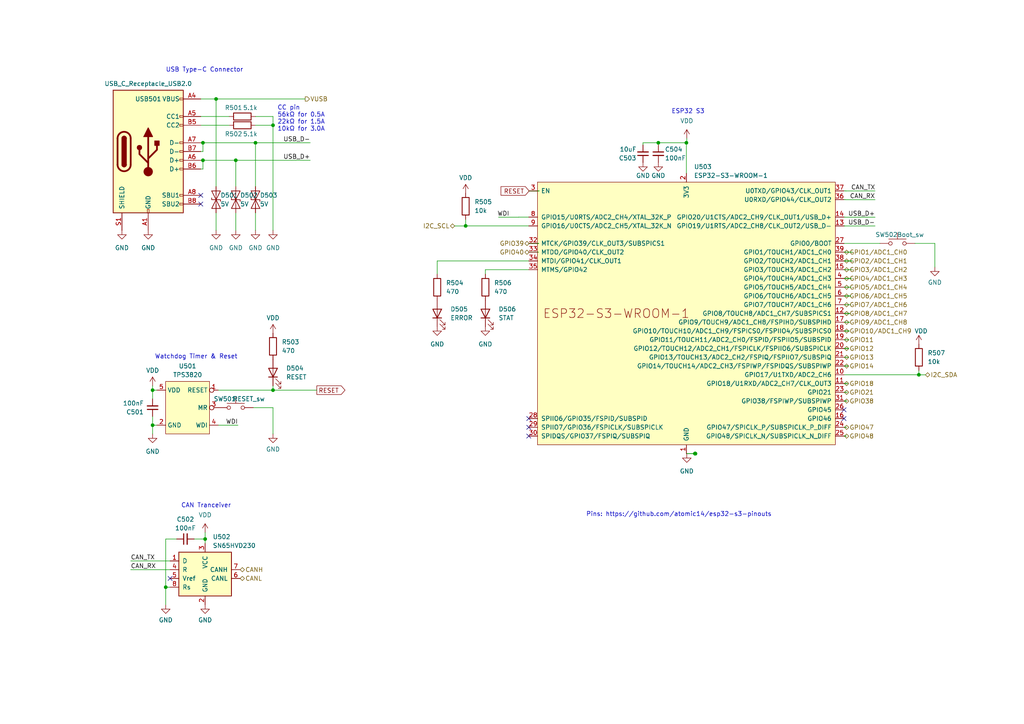
<source format=kicad_sch>
(kicad_sch (version 20231120) (generator "eeschema") (generator_version "8.0")
  (paper "A4")
  (lib_symbols
    (symbol "Connector:USB_C_Receptacle_USB2.0" (pin_names (offset 1.016))
      (property "Reference" "J" (at -10.16 19.05 0))
      (property "Value" "USB_C_Receptacle_USB2.0" (at 19.05 19.05 0))
      (symbol "USB_C_Receptacle_USB2.0_0_0"
        (rectangle (start -0.254 -17.78) (end 0.254 -16.764))
        (rectangle (start 10.16 -14.986) (end 9.144 -15.494))
        (rectangle (start 10.16 -12.446) (end 9.144 -12.954))
        (rectangle (start 10.16 -4.826) (end 9.144 -5.334))
        (rectangle (start 10.16 -2.286) (end 9.144 -2.794))
        (rectangle (start 10.16 0.254) (end 9.144 -0.254))
        (rectangle (start 10.16 2.794) (end 9.144 2.286))
        (rectangle (start 10.16 7.874) (end 9.144 7.366))
        (rectangle (start 10.16 10.414) (end 9.144 9.906))
        (rectangle (start 10.16 15.494) (end 9.144 14.986))
      )
      (symbol "USB_C_Receptacle_USB2.0_0_1"
        (rectangle (start -10.16 17.78) (end 10.16 -17.78) (stroke (width 0.254)) (fill (type background)))
        (arc (start -8.89 -3.81) (mid -6.985 -5.7067) (end -5.08 -3.81) (stroke (width 0.508)))
        (arc (start -7.62 -3.81) (mid -6.985 -4.4423) (end -6.35 -3.81) (stroke (width 0.254)))
        (arc (start -7.62 -3.81) (mid -6.985 -4.4423) (end -6.35 -3.81) (stroke (width 0.254)) (fill (type outline)))
        (rectangle (start -7.62 -3.81) (end -6.35 3.81) (stroke (width 0.254)) (fill (type outline)))
        (arc (start -6.35 3.81) (mid -6.985 4.4423) (end -7.62 3.81) (stroke (width 0.254)))
        (arc (start -6.35 3.81) (mid -6.985 4.4423) (end -7.62 3.81) (stroke (width 0.254)) (fill (type outline)))
        (arc (start -5.08 3.81) (mid -6.985 5.7067) (end -8.89 3.81) (stroke (width 0.508)))
        (circle (center -2.54 1.143) (radius 0.635) (stroke (width 0.254)) (fill (type outline)))
        (circle (center 0 -5.842) (radius 1.27) (fill (type outline)))
        (polyline (pts (xy -8.89 -3.81) (xy -8.89 3.81)) (stroke (width 0.508)))
        (polyline (pts (xy -5.08 3.81) (xy -5.08 -3.81)) (stroke (width 0.508)))
        (polyline (pts (xy 0 -5.842) (xy 0 4.318)) (stroke (width 0.508)))
        (polyline (pts (xy 0 -3.302) (xy -2.54 -0.762) (xy -2.54 0.508)) (stroke (width 0.508)))
        (polyline (pts (xy 0 -2.032) (xy 2.54 0.508) (xy 2.54 1.778)) (stroke (width 0.508)))
        (polyline (pts (xy -1.27 4.318) (xy 0 6.858) (xy 1.27 4.318) (xy -1.27 4.318)) (stroke (width 0.254)) (fill (type outline)))
        (rectangle (start 1.905 1.778) (end 3.175 3.048) (stroke (width 0.254)) (fill (type outline)))
      )
      (symbol "USB_C_Receptacle_USB2.0_1_1"
        (pin passive line (at 0 -22.86 90) (length 5.08) (name "GND") (number "A1"))
        (pin passive line (at 0 -22.86 90) (length 5.08) hide (name "GND") (number "A12"))
        (pin passive line (at 15.24 15.24 180) (length 5.08) (name "VBUS") (number "A4"))
        (pin bidirectional line (at 15.24 10.16 180) (length 5.08) (name "CC1") (number "A5"))
        (pin bidirectional line (at 15.24 -2.54 180) (length 5.08) (name "D+") (number "A6"))
        (pin bidirectional line (at 15.24 2.54 180) (length 5.08) (name "D-") (number "A7"))
        (pin bidirectional line (at 15.24 -12.7 180) (length 5.08) (name "SBU1") (number "A8"))
        (pin passive line (at 15.24 15.24 180) (length 5.08) hide (name "VBUS") (number "A9"))
        (pin passive line (at 0 -22.86 90) (length 5.08) hide (name "GND") (number "B1"))
        (pin passive line (at 0 -22.86 90) (length 5.08) hide (name "GND") (number "B12"))
        (pin passive line (at 15.24 15.24 180) (length 5.08) hide (name "VBUS") (number "B4"))
        (pin bidirectional line (at 15.24 7.62 180) (length 5.08) (name "CC2") (number "B5"))
        (pin bidirectional line (at 15.24 -5.08 180) (length 5.08) (name "D+") (number "B6"))
        (pin bidirectional line (at 15.24 0 180) (length 5.08) (name "D-") (number "B7"))
        (pin bidirectional line (at 15.24 -15.24 180) (length 5.08) (name "SBU2") (number "B8"))
        (pin passive line (at 15.24 15.24 180) (length 5.08) hide (name "VBUS") (number "B9"))
        (pin passive line (at -7.62 -22.86 90) (length 5.08) (name "SHIELD") (number "S1"))
      )
    )
    (symbol "Device:C_Small" (pin_numbers hide) (pin_names (offset 0.254) hide)
      (property "Reference" "C" (at 0.254 1.778 0))
      (property "Value" "C_Small" (at 0.254 -2.032 0))
      (symbol "C_Small_0_1"
        (polyline (pts (xy -1.524 -0.508) (xy 1.524 -0.508)) (stroke (width 0.3302)))
        (polyline (pts (xy -1.524 0.508) (xy 1.524 0.508)) (stroke (width 0.3048)))
      )
      (symbol "C_Small_1_1"
        (pin passive line (at 0 2.54 270) (length 2.032) (name "~") (number "1"))
        (pin passive line (at 0 -2.54 90) (length 2.032) (name "~") (number "2"))
      )
    )
    (symbol "Device:LED" (pin_numbers hide) (pin_names (offset 1.016) hide)
      (property "Reference" "D" (at 0 2.54 0))
      (property "Value" "LED" (at 0 -2.54 0))
      (symbol "LED_0_1"
        (polyline (pts (xy -1.27 -1.27) (xy -1.27 1.27)) (stroke (width 0.254)))
        (polyline (pts (xy -1.27 0) (xy 1.27 0)))
        (polyline (pts (xy 1.27 -1.27) (xy 1.27 1.27) (xy -1.27 0) (xy 1.27 -1.27)) (stroke (width 0.254)))
        (polyline (pts (xy -3.048 -0.762) (xy -4.572 -2.286) (xy -3.81 -2.286) (xy -4.572 -2.286) (xy -4.572 -1.524)))
        (polyline (pts (xy -1.778 -0.762) (xy -3.302 -2.286) (xy -2.54 -2.286) (xy -3.302 -2.286) (xy -3.302 -1.524)))
      )
      (symbol "LED_1_1"
        (pin passive line (at -3.81 0 0) (length 2.54) (name "K") (number "1"))
        (pin passive line (at 3.81 0 180) (length 2.54) (name "A") (number "2"))
      )
    )
    (symbol "Device:R" (pin_numbers hide) (pin_names (offset 0))
      (property "Reference" "R" (at 2.032 0 90))
      (property "Value" "R" (at 0 0 90))
      (symbol "R_0_1"
        (rectangle (start -1.016 -2.54) (end 1.016 2.54) (stroke (width 0.254)))
      )
      (symbol "R_1_1"
        (pin passive line (at 0 3.81 270) (length 1.27) (name "~") (number "1"))
        (pin passive line (at 0 -3.81 90) (length 1.27) (name "~") (number "2"))
      )
    )
    (symbol "Diode:ESD9B5.0ST5G" (pin_numbers hide) (pin_names (offset 1.016) hide)
      (property "Reference" "D" (at 0 2.54 0))
      (property "Value" "ESD9B5.0ST5G" (at 0 -2.54 0))
      (symbol "ESD9B5.0ST5G_0_1"
        (polyline (pts (xy 1.27 0) (xy -1.27 0)))
        (polyline (pts (xy -2.54 -1.27) (xy 0 0) (xy -2.54 1.27) (xy -2.54 -1.27)) (stroke (width 0.2032)))
        (polyline (pts (xy 0.508 1.27) (xy 0 1.27) (xy 0 -1.27) (xy -0.508 -1.27)) (stroke (width 0.2032)))
        (polyline (pts (xy 2.54 1.27) (xy 2.54 -1.27) (xy 0 0) (xy 2.54 1.27)) (stroke (width 0.2032)))
      )
      (symbol "ESD9B5.0ST5G_1_1"
        (pin passive line (at -3.81 0 0) (length 2.54) (name "A1") (number "1"))
        (pin passive line (at 3.81 0 180) (length 2.54) (name "A2") (number "2"))
      )
    )
    (symbol "Interface_CAN_LIN:SN65HVD230" (pin_names (offset 1.016))
      (property "Reference" "U" (at -2.54 10.16 0))
      (property "Value" "SN65HVD230" (at -2.54 7.62 0))
      (symbol "SN65HVD230_0_1"
        (rectangle (start -7.62 5.08) (end 7.62 -7.62) (stroke (width 0.254)) (fill (type background)))
      )
      (symbol "SN65HVD230_1_1"
        (pin input line (at -10.16 2.54 0) (length 2.54) (name "D") (number "1"))
        (pin power_in line (at 0 -10.16 90) (length 2.54) (name "GND") (number "2"))
        (pin power_in line (at 0 7.62 270) (length 2.54) (name "VCC") (number "3"))
        (pin output line (at -10.16 0 0) (length 2.54) (name "R") (number "4"))
        (pin output line (at -10.16 -2.54 0) (length 2.54) (name "Vref") (number "5"))
        (pin bidirectional line (at 10.16 -2.54 180) (length 2.54) (name "CANL") (number "6"))
        (pin bidirectional line (at 10.16 0 180) (length 2.54) (name "CANH") (number "7"))
        (pin input line (at -10.16 -5.08 0) (length 2.54) (name "Rs") (number "8"))
      )
    )
    (symbol "PCM_Espressif:ESP32-S3-WROOM-1" (pin_names (offset 1.016))
      (property "Reference" "U" (at -43.18 43.18 0))
      (property "Value" "ESP32-S3-WROOM-1" (at -43.18 40.64 0))
      (symbol "ESP32-S3-WROOM-1_0_0"
        (text "ESP32-S3-WROOM-1" (at -20.32 0 0) (effects (font (size 2.54 2.54))))
        (pin power_in line (at 0 -40.64 90) (length 2.54) (name "GND") (number "1"))
        (pin bidirectional line (at 45.72 -17.78 180) (length 2.54) (name "GPIO17/U1TXD/ADC2_CH6") (number "10"))
        (pin bidirectional line (at 45.72 -20.32 180) (length 2.54) (name "GPIO18/U1RXD/ADC2_CH7/CLK_OUT3") (number "11"))
        (pin bidirectional line (at 45.72 0 180) (length 2.54) (name "GPIO8/TOUCH8/ADC1_CH7/SUBSPICS1") (number "12"))
        (pin bidirectional line (at 45.72 25.4 180) (length 2.54) (name "GPIO19/U1RTS/ADC2_CH8/CLK_OUT2/USB_D-") (number "13"))
        (pin bidirectional line (at 45.72 27.94 180) (length 2.54) (name "GPIO20/U1CTS/ADC2_CH9/CLK_OUT1/USB_D+") (number "14"))
        (pin bidirectional line (at 45.72 12.7 180) (length 2.54) (name "GPIO3/TOUCH3/ADC1_CH2") (number "15"))
        (pin bidirectional line (at 45.72 -30.48 180) (length 2.54) (name "GPIO46") (number "16"))
        (pin bidirectional line (at 45.72 -2.54 180) (length 2.54) (name "GPIO9/TOUCH9/ADC1_CH8/FSPIHD/SUBSPIHD") (number "17"))
        (pin bidirectional line (at 45.72 -5.08 180) (length 2.54) (name "GPIO10/TOUCH10/ADC1_CH9/FSPICS0/FSPIIO4/SUBSPICS0") (number "18"))
        (pin bidirectional line (at 45.72 -7.62 180) (length 2.54) (name "GPIO11/TOUCH11/ADC2_CH0/FSPID/FSPIIO5/SUBSPID") (number "19"))
        (pin power_in line (at 0 40.64 270) (length 2.54) (name "3V3") (number "2"))
        (pin bidirectional line (at 45.72 -10.16 180) (length 2.54) (name "GPIO12/TOUCH12/ADC2_CH1/FSPICLK/FSPIIO6/SUBSPICLK") (number "20"))
        (pin bidirectional line (at 45.72 -12.7 180) (length 2.54) (name "GPIO13/TOUCH13/ADC2_CH2/FSPIQ/FSPIIO7/SUBSPIQ") (number "21"))
        (pin bidirectional line (at 45.72 -15.24 180) (length 2.54) (name "GPIO14/TOUCH14/ADC2_CH3/FSPIWP/FSPIDQS/SUBSPIWP") (number "22"))
        (pin bidirectional line (at 45.72 -22.86 180) (length 2.54) (name "GPIO21") (number "23"))
        (pin bidirectional line (at 45.72 -33.02 180) (length 2.54) (name "GPIO47/SPICLK_P/SUBSPICLK_P_DIFF") (number "24"))
        (pin bidirectional line (at 45.72 -35.56 180) (length 2.54) (name "GPIO48/SPICLK_N/SUBSPICLK_N_DIFF") (number "25"))
        (pin bidirectional line (at 45.72 -27.94 180) (length 2.54) (name "GPIO45") (number "26"))
        (pin bidirectional line (at 45.72 20.32 180) (length 2.54) (name "GPIO0/BOOT") (number "27"))
        (pin bidirectional line (at -45.72 -30.48 0) (length 2.54) (name "SPIIO6/GPIO35/FSPID/SUBSPID") (number "28"))
        (pin bidirectional line (at -45.72 -33.02 0) (length 2.54) (name "SPIIO7/GPIO36/FSPICLK/SUBSPICLK") (number "29"))
        (pin input line (at -45.72 35.56 0) (length 2.54) (name "EN") (number "3"))
        (pin bidirectional line (at -45.72 -35.56 0) (length 2.54) (name "SPIDQS/GPIO37/FSPIQ/SUBSPIQ") (number "30"))
        (pin bidirectional line (at 45.72 -25.4 180) (length 2.54) (name "GPIO38/FSPIWP/SUBSPIWP") (number "31"))
        (pin bidirectional line (at -45.72 20.32 0) (length 2.54) (name "MTCK/GPIO39/CLK_OUT3/SUBSPICS1") (number "32"))
        (pin bidirectional line (at -45.72 17.78 0) (length 2.54) (name "MTDO/GPIO40/CLK_OUT2") (number "33"))
        (pin bidirectional line (at -45.72 15.24 0) (length 2.54) (name "MTDI/GPIO41/CLK_OUT1") (number "34"))
        (pin bidirectional line (at -45.72 12.7 0) (length 2.54) (name "MTMS/GPIO42") (number "35"))
        (pin bidirectional line (at 45.72 33.02 180) (length 2.54) (name "U0RXD/GPIO44/CLK_OUT2") (number "36"))
        (pin bidirectional line (at 45.72 35.56 180) (length 2.54) (name "U0TXD/GPIO43/CLK_OUT1") (number "37"))
        (pin bidirectional line (at 45.72 15.24 180) (length 2.54) (name "GPIO2/TOUCH2/ADC1_CH1") (number "38"))
        (pin bidirectional line (at 45.72 17.78 180) (length 2.54) (name "GPIO1/TOUCH1/ADC1_CH0") (number "39"))
        (pin bidirectional line (at 45.72 10.16 180) (length 2.54) (name "GPIO4/TOUCH4/ADC1_CH3") (number "4"))
        (pin passive line (at 0 -40.64 90) (length 2.54) hide (name "GND") (number "40"))
        (pin passive line (at 0 -40.64 90) (length 2.54) hide (name "GND") (number "41"))
        (pin bidirectional line (at 45.72 7.62 180) (length 2.54) (name "GPIO5/TOUCH5/ADC1_CH4") (number "5"))
        (pin bidirectional line (at 45.72 5.08 180) (length 2.54) (name "GPIO6/TOUCH6/ADC1_CH5") (number "6"))
        (pin bidirectional line (at 45.72 2.54 180) (length 2.54) (name "GPIO7/TOUCH7/ADC1_CH6") (number "7"))
        (pin bidirectional line (at -45.72 27.94 0) (length 2.54) (name "GPIO15/U0RTS/ADC2_CH4/XTAL_32K_P") (number "8"))
        (pin bidirectional line (at -45.72 25.4 0) (length 2.54) (name "GPIO16/U0CTS/ADC2_CH5/XTAL_32K_N") (number "9"))
      )
      (symbol "ESP32-S3-WROOM-1_0_1"
        (rectangle (start -43.18 38.1) (end 43.18 -38.1) (fill (type background)))
      )
    )
    (symbol "Switch:SW_Push" (pin_numbers hide) (pin_names (offset 1.016) hide)
      (property "Reference" "SW" (at 1.27 2.54 0))
      (property "Value" "SW_Push" (at 0 -1.524 0))
      (symbol "SW_Push_0_1"
        (circle (center -2.032 0) (radius 0.508))
        (polyline (pts (xy 0 1.27) (xy 0 3.048)))
        (polyline (pts (xy 2.54 1.27) (xy -2.54 1.27)))
        (circle (center 2.032 0) (radius 0.508))
        (pin passive line (at -5.08 0 0) (length 2.54) (name "1") (number "1"))
        (pin passive line (at 5.08 0 180) (length 2.54) (name "2") (number "2"))
      )
    )
    (symbol "WOBCLibrary:TPS3820"
      (property "Reference" "U" (at 0 0 0))
      (property "Value" "TPS3820" (at 0 8.89 0))
      (symbol "TPS3820_1_1"
        (rectangle (start -6.35 7.62) (end 6.35 -7.62) (fill (type background)))
        (pin output inverted (at 8.89 5.08 180) (length 2.54) (name "RESET") (number "1"))
        (pin power_in line (at -8.89 -5.08 0) (length 2.54) (name "GND") (number "2"))
        (pin input inverted (at 8.89 0 180) (length 2.54) (name "MR") (number "3"))
        (pin input line (at 8.89 -5.08 180) (length 2.54) (name "WDI") (number "4"))
        (pin power_in line (at -8.89 5.08 0) (length 2.54) (name "VDD") (number "5"))
      )
    )
    (symbol "power:GND" (power) (pin_names (offset 0))
      (property "Value" "GND" (at 0 -3.81 0))
      (symbol "GND_0_1"
        (polyline (pts (xy 0 0) (xy 0 -1.27) (xy 1.27 -1.27) (xy 0 -2.54) (xy -1.27 -1.27) (xy 0 -1.27)))
      )
      (symbol "GND_1_1"
        (pin power_in line (at 0 0 270) (length 0) hide (name "GND") (number "1"))
      )
    )
    (symbol "power:VDD" (power) (pin_names (offset 0))
      (property "Value" "VDD" (at 0 3.81 0))
      (symbol "VDD_0_1"
        (polyline (pts (xy -0.762 1.27) (xy 0 2.54)))
        (polyline (pts (xy 0 0) (xy 0 2.54)))
        (polyline (pts (xy 0 2.54) (xy 0.762 1.27)))
      )
      (symbol "VDD_1_1"
        (pin power_in line (at 0 0 90) (length 0) hide (name "VDD") (number "1"))
      )
    )
  )
  (junction (at 135.0617 65.52))
  (junction (at 190.9417 41.4079))
  (junction (at 58.8617 41.4079))
  (junction (at 59.4967 156.3429))
  (junction (at 68.3867 46.4879))
  (junction (at 48.0667 170.3129))
  (junction (at 74.1017 41.4079))
  (junction (at 201.58 131.5779))
  (junction (at 266.5067 108.7))
  (junction (at 79.1817 113.1629))
  (junction (at 62.6717 28.7079))
  (junction (at 201.68 131.56))
  (junction (at 44.2567 113.1629))
  (junction (at 201.68 131.5779))
  (junction (at 201.58 131.56))
  (junction (at 44.2567 123.3229))
  (junction (at 199.08 41.4079))
  (junction (at 79.1817 36.3279))
  (junction (at 58.8617 46.4879))
  (no_connect (at 244.8 118.86))
  (no_connect (at 153.36 126.48))
  (no_connect (at 244.8 121.4))
  (no_connect (at 58.2267 59.1879))
  (no_connect (at 49.3367 167.7729))
  (no_connect (at 153.36 123.94))
  (no_connect (at 153.36 121.4))
  (no_connect (at 58.2267 56.6479))
  (wire (pts (xy 59.4967 154.4379) (xy 59.4967 156.3429)))
  (wire (pts (xy 150.46 62.98) (xy 150.46 62.9979)))
  (wire (pts (xy 246.9 80.76) (xy 246.9 80.7779)))
  (wire (pts (xy 246.7 85.84) (xy 246.7 85.8579)))
  (wire (pts (xy 246.5 90.92) (xy 246.5 90.9379)))
  (wire (pts (xy 79.1817 33.7879) (xy 79.1817 36.3279)))
  (wire (pts (xy 271.145 70.6) (xy 271.145 77.47)))
  (wire (pts (xy 73.4667 118.2429) (xy 79.1817 118.2429)))
  (wire (pts (xy 58.2267 41.4079) (xy 58.8617 41.4079)))
  (wire (pts (xy 201.68 131.56) (xy 201.68 131.5779)))
  (wire (pts (xy 246.3 96.0179) (xy 244.9167 96.0179)))
  (wire (pts (xy 268.4117 108.7179) (xy 266.5067 108.7179)))
  (wire (pts (xy 245.6 116.3379) (xy 244.9167 116.3379)))
  (wire (pts (xy 74.1017 41.4079) (xy 89.9767 41.4079)))
  (wire (pts (xy 201.58 131.56) (xy 201.68 131.56)))
  (wire (pts (xy 266.5067 107.4479) (xy 266.5067 108.7)))
  (wire (pts (xy 140.7767 78.22) (xy 153.36 78.22)))
  (wire (pts (xy 244.8 116.32) (xy 245.6 116.32)))
  (wire (pts (xy 247 78.22) (xy 247 78.2379)))
  (wire (pts (xy 37.9067 162.6929) (xy 49.3367 162.6929)))
  (wire (pts (xy 244.8 80.76) (xy 246.9 80.76)))
  (wire (pts (xy 247.2 73.1579) (xy 244.9167 73.1579)))
  (wire (pts (xy 246.6 88.3979) (xy 244.9167 88.3979)))
  (wire (pts (xy 91.8817 113.1629) (xy 79.1817 113.1629)))
  (wire (pts (xy 62.6717 66.8079) (xy 62.6717 61.7279)))
  (wire (pts (xy 246.2 98.5579) (xy 244.9167 98.5579)))
  (wire (pts (xy 245.9 106.1779) (xy 244.9167 106.1779)))
  (wire (pts (xy 156.16 73.14) (xy 156.16 73.1579)))
  (wire (pts (xy 245.7 113.7979) (xy 244.9167 113.7979)))
  (wire (pts (xy 48.0667 170.3129) (xy 49.3367 170.3129)))
  (wire (pts (xy 245.5 123.9579) (xy 244.9167 123.9579)))
  (wire (pts (xy 244.8 103.62) (xy 246 103.62)))
  (wire (pts (xy 44.2567 123.3229) (xy 45.5267 123.3229)))
  (wire (pts (xy 244.8 90.92) (xy 246.5 90.92)))
  (wire (pts (xy 58.2267 49.0279) (xy 58.8617 49.0279)))
  (wire (pts (xy 58.8617 41.4079) (xy 74.1017 41.4079)))
  (wire (pts (xy 246.9 80.7779) (xy 244.9167 80.7779)))
  (wire (pts (xy 66.4817 36.3279) (xy 58.2267 36.3279)))
  (wire (pts (xy 244.8 75.68) (xy 247.1 75.68)))
  (wire (pts (xy 44.2567 113.1629) (xy 45.5267 113.1629)))
  (wire (pts (xy 62.6717 28.7079) (xy 88.5089 28.7079)))
  (wire (pts (xy 245.6 116.32) (xy 245.6 116.3379)))
  (wire (pts (xy 135.0617 65.52) (xy 153.36 65.52)))
  (wire (pts (xy 153.36 55.36) (xy 156.36 55.36)))
  (wire (pts (xy 156.26 70.6179) (xy 153.4767 70.6179)))
  (wire (pts (xy 68.3867 66.8079) (xy 68.3867 61.7279)))
  (wire (pts (xy 156.36 55.36) (xy 156.36 55.3779)))
  (wire (pts (xy 245.3 55.36) (xy 245.3 55.3779)))
  (wire (pts (xy 140.7767 79.5079) (xy 140.7767 78.22)))
  (wire (pts (xy 245.4 126.48) (xy 245.4 126.4979)))
  (wire (pts (xy 244.8 96) (xy 246.3 96)))
  (wire (pts (xy 244.8 101.08) (xy 246.1 101.08)))
  (wire (pts (xy 186.4967 41.4079) (xy 190.9417 41.4079)))
  (wire (pts (xy 62.6717 28.7079) (xy 58.2267 28.7079)))
  (wire (pts (xy 56.3217 156.3429) (xy 59.4967 156.3429)))
  (wire (pts (xy 245.7 113.78) (xy 245.7 113.7979)))
  (wire (pts (xy 58.8617 43.9479) (xy 58.8617 41.4079)))
  (wire (pts (xy 44.2567 111.8929) (xy 44.2567 113.1629)))
  (wire (pts (xy 244.8 98.54) (xy 246.2 98.54)))
  (wire (pts (xy 44.2567 120.7829) (xy 44.2567 123.3229)))
  (wire (pts (xy 244.8 85.84) (xy 246.7 85.84)))
  (wire (pts (xy 244.8 106.16) (xy 245.9 106.16)))
  (wire (pts (xy 135.0617 63.6329) (xy 135.0617 65.52)))
  (wire (pts (xy 48.0667 170.3129) (xy 48.0667 156.3429)))
  (wire (pts (xy 126.8067 75.68) (xy 126.8067 79.5079)))
  (wire (pts (xy 246.3 96) (xy 246.3 96.0179)))
  (wire (pts (xy 58.2267 43.9479) (xy 58.8617 43.9479)))
  (wire (pts (xy 245.1 62.9979) (xy 253.8067 62.9979)))
  (wire (pts (xy 58.8617 49.0279) (xy 58.8617 46.4879)))
  (wire (pts (xy 244.8 111.24) (xy 245.8 111.24)))
  (wire (pts (xy 244.8 93.46) (xy 246.4 93.46)))
  (wire (pts (xy 246.4 93.46) (xy 246.4 93.4779)))
  (wire (pts (xy 244.8 126.48) (xy 245.4 126.48)))
  (wire (pts (xy 44.2567 125.8629) (xy 44.2567 123.3229)))
  (wire (pts (xy 244.8 70.6) (xy 255.22 70.6)))
  (wire (pts (xy 62.6717 28.7079) (xy 62.6717 54.1079)))
  (wire (pts (xy 245.5 123.94) (xy 245.5 123.9579)))
  (wire (pts (xy 69.0217 123.3229) (xy 63.3067 123.3229)))
  (wire (pts (xy 201.58 131.5779) (xy 199.1967 131.5779)))
  (wire (pts (xy 245.8 111.2579) (xy 244.9167 111.2579)))
  (wire (pts (xy 74.1017 33.7879) (xy 79.1817 33.7879)))
  (wire (pts (xy 244.8 123.94) (xy 245.5 123.94)))
  (wire (pts (xy 68.3867 46.4879) (xy 58.8617 46.4879)))
  (wire (pts (xy 79.1817 36.3279) (xy 79.1817 66.8079)))
  (wire (pts (xy 244.8 83.3) (xy 246.8 83.3)))
  (wire (pts (xy 246.8 83.3179) (xy 244.9167 83.3179)))
  (wire (pts (xy 245.8 111.24) (xy 245.8 111.2579)))
  (wire (pts (xy 245.1 62.98) (xy 245.1 62.9979)))
  (wire (pts (xy 131.8867 65.5379) (xy 135.0617 65.5379)))
  (wire (pts (xy 199.08 41.4079) (xy 190.9417 41.4079)))
  (wire (pts (xy 48.0667 156.3429) (xy 51.2417 156.3429)))
  (wire (pts (xy 156.16 73.1579) (xy 153.4767 73.1579)))
  (wire (pts (xy 37.9067 165.2329) (xy 49.3367 165.2329)))
  (wire (pts (xy 59.4967 156.3429) (xy 59.4967 157.6129)))
  (wire (pts (xy 201.68 131.5779) (xy 201.58 131.5779)))
  (wire (pts (xy 186.4967 42.0429) (xy 186.4967 41.4079)))
  (wire (pts (xy 247.2 73.14) (xy 247.2 73.1579)))
  (wire (pts (xy 48.0667 175.3929) (xy 48.0667 170.3129)))
  (wire (pts (xy 244.8 78.22) (xy 247 78.22)))
  (wire (pts (xy 246 103.62) (xy 246 103.6379)))
  (wire (pts (xy 245.2 57.9) (xy 245.2 57.9179)))
  (wire (pts (xy 201.78 131.56) (xy 201.78 131.5779)))
  (wire (pts (xy 79.1817 118.2429) (xy 79.1817 125.8629)))
  (wire (pts (xy 68.3867 46.4879) (xy 68.3867 54.1079)))
  (wire (pts (xy 246.1 101.08) (xy 246.1 101.0979)))
  (wire (pts (xy 199.1967 40.1379) (xy 199.1967 41.4079)))
  (wire (pts (xy 245 65.5379) (xy 253.8067 65.5379)))
  (wire (pts (xy 266.5067 108.7) (xy 244.8 108.7)))
  (wire (pts (xy 245.2 57.9) (xy 244.8 57.9)))
  (wire (pts (xy 201.78 131.5779) (xy 201.68 131.5779)))
  (wire (pts (xy 150.46 62.98) (xy 153.36 62.98)))
  (wire (pts (xy 156.36 55.3779) (xy 153.4767 55.3779)))
  (wire (pts (xy 126.8067 75.68) (xy 153.36 75.68)))
  (wire (pts (xy 247.1 75.68) (xy 247.1 75.6979)))
  (wire (pts (xy 244.8 113.78) (xy 245.7 113.78)))
  (wire (pts (xy 150.46 62.9979) (xy 144.5867 62.9979)))
  (wire (pts (xy 153.36 73.14) (xy 156.16 73.14)))
  (wire (pts (xy 244.8 55.36) (xy 245.3 55.36)))
  (wire (pts (xy 66.4817 33.7879) (xy 58.2267 33.7879)))
  (wire (pts (xy 246.8 83.3) (xy 246.8 83.3179)))
  (wire (pts (xy 199.08 41.4079) (xy 199.1967 41.4079)))
  (wire (pts (xy 247.1 75.6979) (xy 244.9167 75.6979)))
  (wire (pts (xy 199.08 41.4079) (xy 199.08 50.28)))
  (wire (pts (xy 245 65.52) (xy 244.8 65.52)))
  (wire (pts (xy 153.36 70.6) (xy 156.26 70.6)))
  (wire (pts (xy 190.9417 41.4079) (xy 190.9417 42.0429)))
  (wire (pts (xy 79.1817 111.8929) (xy 79.1817 113.1629)))
  (wire (pts (xy 244.8 88.38) (xy 246.6 88.38)))
  (wire (pts (xy 135.0617 65.52) (xy 135.0617 65.5379)))
  (wire (pts (xy 201.68 131.56) (xy 201.78 131.56)))
  (wire (pts (xy 245.1 62.98) (xy 244.8 62.98)))
  (wire (pts (xy 74.1017 41.4079) (xy 74.1017 54.1079)))
  (wire (pts (xy 44.2567 113.1629) (xy 44.2567 115.7029)))
  (wire (pts (xy 247 78.2379) (xy 244.9167 78.2379)))
  (wire (pts (xy 244.8 73.14) (xy 247.2 73.14)))
  (wire (pts (xy 245.9 106.16) (xy 245.9 106.1779)))
  (wire (pts (xy 156.26 70.6) (xy 156.26 70.6179)))
  (wire (pts (xy 201.58 131.56) (xy 201.58 131.5779)))
  (wire (pts (xy 266.5067 108.7) (xy 266.5067 108.7179)))
  (wire (pts (xy 246.1 101.0979) (xy 244.9167 101.0979)))
  (wire (pts (xy 265.38 70.6) (xy 271.145 70.6)))
  (wire (pts (xy 245 65.52) (xy 245 65.5379)))
  (wire (pts (xy 58.8617 46.4879) (xy 58.2267 46.4879)))
  (wire (pts (xy 74.1017 36.3279) (xy 79.1817 36.3279)))
  (wire (pts (xy 246 103.6379) (xy 244.9167 103.6379)))
  (wire (pts (xy 89.9767 46.4879) (xy 68.3867 46.4879)))
  (wire (pts (xy 246.2 98.54) (xy 246.2 98.5579)))
  (wire (pts (xy 245.2 57.9179) (xy 253.8067 57.9179)))
  (wire (pts (xy 246.4 93.4779) (xy 244.9167 93.4779)))
  (wire (pts (xy 246.6 88.38) (xy 246.6 88.3979)))
  (wire (pts (xy 74.1017 66.8079) (xy 74.1017 61.7279)))
  (wire (pts (xy 246.5 90.9379) (xy 244.9167 90.9379)))
  (wire (pts (xy 246.7 85.8579) (xy 244.9167 85.8579)))
  (wire (pts (xy 245.4 126.4979) (xy 244.9167 126.4979)))
  (wire (pts (xy 199.08 131.56) (xy 201.58 131.56)))
  (wire (pts (xy 79.1817 113.1629) (xy 63.3067 113.1629)))
  (wire (pts (xy 245.3 55.3779) (xy 253.8067 55.3779)))
  (text "USB Type-C Connector" (at 48.0667 21.0879 0) (effects (font (size 1.27 1.27)) (justify left bottom)))
  (text "CC pin\n56kΩ for 0.5A\n22kΩ for 1.5A\n10kΩ for 3.0A" (at 80.4517 38.2329 0) (effects (font (size 1.27 1.27)) (justify left bottom)))
  (text "Watchdog Timer & Reset" (at 44.8917 104.2729 0) (effects (font (size 1.27 1.27)) (justify left bottom)))
  (text "ESP32 S3" (at 194.7517 33.1529 0) (effects (font (size 1.27 1.27)) (justify left bottom)))
  (text "Pins: https://github.com/atomic14/esp32-s3-pinouts" (at 169.9867 149.9929 0) (effects (font (size 1.27 1.27)) (justify left bottom)))
  (text "CAN Tranceiver" (at 52.5117 147.4529 0) (effects (font (size 1.27 1.27)) (justify left bottom)))
  (label "CAN_RX" (at 37.9067 165.2329 0))
  (label "CAN_TX" (at 37.9067 162.6929 0))
  (label "USB_D-" (at 253.8067 65.5379 180))
  (label "WDI" (at 147.7617 62.9979 180))
  (label "CAN_RX" (at 253.8067 57.9179 180))
  (label "CAN_TX" (at 246.8217 55.3779 0))
  (label "USB_D-" (at 89.9767 41.4079 180))
  (label "USB_D+" (at 253.8067 62.9979 180))
  (label "USB_D+" (at 89.9767 46.4879 180))
  (label "WDI" (at 69.0217 123.3229 180))
  (global_label "RESET" (shape output) (at 91.8817 113.1629 0) (property "Intersheetrefs" "${INTERSHEET_REFS}" (effects (hide yes))))
  (global_label "RESET" (shape input) (at 153.4767 55.3779 180) (property "Intersheetrefs" "${INTERSHEET_REFS}" (effects (hide yes))))
  (hierarchical_label "GPIO6{slash}ADC1_CH5" (shape bidirectional) (at 244.9167 85.8579 0))
  (hierarchical_label "CANL" (shape bidirectional) (at 69.6567 167.7729 0))
  (hierarchical_label "GPIO4{slash}ADC1_CH3" (shape bidirectional) (at 244.9167 80.7779 0))
  (hierarchical_label "GPIO8{slash}ADC1_CH7" (shape bidirectional) (at 244.9167 90.9379 0))
  (hierarchical_label "GPIO47" (shape bidirectional) (at 244.9167 123.9579 0))
  (hierarchical_label "GPIO21" (shape bidirectional) (at 244.9167 113.7979 0))
  (hierarchical_label "GPIO1{slash}ADC1_CH0" (shape bidirectional) (at 244.9167 73.1579 0))
  (hierarchical_label "GPIO18" (shape bidirectional) (at 244.9167 111.2579 0))
  (hierarchical_label "GPIO11" (shape bidirectional) (at 244.9167 98.5579 0))
  (hierarchical_label "I2C_SCL" (shape bidirectional) (at 131.8867 65.5379 180))
  (hierarchical_label "GPIO48" (shape bidirectional) (at 244.9167 126.4979 0))
  (hierarchical_label "I2C_SDA" (shape bidirectional) (at 268.4117 108.7179 0))
  (hierarchical_label "CANH" (shape bidirectional) (at 69.6567 165.2329 0))
  (hierarchical_label "GPIO39" (shape bidirectional) (at 153.4767 70.6179 180))
  (hierarchical_label "GPIO14" (shape bidirectional) (at 244.9167 106.1779 0))
  (hierarchical_label "GPIO12" (shape bidirectional) (at 244.9167 101.0979 0))
  (hierarchical_label "GPIO5{slash}ADC1_CH4" (shape bidirectional) (at 244.9167 83.3179 0))
  (hierarchical_label "GPIO7{slash}ADC1_CH6" (shape bidirectional) (at 244.9167 88.3979 0))
  (hierarchical_label "GPIO10{slash}ADC1_CH9" (shape bidirectional) (at 244.9167 96.0179 0))
  (hierarchical_label "VUSB" (shape output) (at 88.5089 28.7079 0))
  (hierarchical_label "GPIO40" (shape bidirectional) (at 153.4767 73.1579 180))
  (hierarchical_label "GPIO38" (shape bidirectional) (at 244.9167 116.3379 0))
  (hierarchical_label "GPIO2{slash}ADC1_CH1" (shape bidirectional) (at 244.9167 75.6979 0))
  (hierarchical_label "GPIO13" (shape bidirectional) (at 244.9167 103.6379 0))
  (hierarchical_label "GPIO9{slash}ADC1_CH8" (shape bidirectional) (at 244.9167 93.4779 0))
  (hierarchical_label "GPIO3{slash}ADC1_CH2" (shape bidirectional) (at 244.9167 78.2379 0))
  (symbol (lib_id "power:GND") (at 190.9417 47.1229 0) (unit 1)
    (property "Reference" "#PWR0518" (effects (hide yes)))
    (property "Value" "GND" (at 190.9417 50.9329 0))
    (instances (project "MissionBus" (path "" (reference "#PWR0518") (unit 1))) (project "MissionBus" (path "" (reference "#PWR02318") (unit 1))))
  )
  (symbol (lib_id "power:GND") (at 59.4967 175.3929 0) (unit 1)
    (property "Reference" "#PWR0507" (effects (hide yes)))
    (property "Value" "GND" (at 59.4967 179.8379 0))
    (instances (project "MissionBus" (path "" (reference "#PWR0507") (unit 1))) (project "MissionBus" (path "" (reference "#PWR02307") (unit 1))))
  )
  (symbol (lib_id "Device:R") (at 126.8067 83.3179 0) (unit 1)
    (property "Reference" "R504" (at 129.3467 82.0479 0) (effects (justify left)))
    (property "Value" "470" (at 129.3467 84.5879 0) (effects (justify left)))
    (property "Footprint" "Resistor_SMD:R_0402_1005Metric" (effects (hide yes)))
    (property "LCSC" "C25117" (effects (hide yes)))
    (instances (project "MissionBus" (path "" (reference "R504") (unit 1))) (project "MissionBus" (path "" (reference "R2304") (unit 1))))
  )
  (symbol (lib_id "power:GND") (at 271.145 77.47 0) (unit 1)
    (property "Reference" "#PWR0601" (effects (hide yes)))
    (property "Value" "GND" (at 271.145 81.915 0))
    (instances (project "MissionBus" (path "" (reference "#PWR0601") (unit 1))) (project "MissionBus" (path "" (reference "#PWR02322") (unit 1))))
  )
  (symbol (lib_id "Device:C_Small") (at 190.9417 44.5829 0) (unit 1)
    (property "Reference" "C504" (at 192.8467 43.3129 0) (effects (justify left)))
    (property "Value" "100nF" (at 192.8467 45.8529 0) (effects (justify left)))
    (property "Footprint" "Capacitor_SMD:C_0402_1005Metric" (effects (hide yes)))
    (property "LCSC" "C1525" (effects (hide yes)))
    (instances (project "MissionBus" (path "" (reference "C504") (unit 1))) (project "MissionBus" (path "" (reference "C2304") (unit 1))))
  )
  (symbol (lib_id "Device:R") (at 70.2917 33.7879 90) (unit 1)
    (property "Reference" "R501" (at 67.7517 31.2479 90))
    (property "Value" "5.1k" (at 72.5777 31.2479 90))
    (property "Footprint" "Resistor_SMD:R_0402_1005Metric" (effects (hide yes)))
    (property "LCSC" "C25905" (effects (hide yes)))
    (instances (project "MissionBus" (path "" (reference "R501") (unit 1))) (project "MissionBus" (path "" (reference "R2301") (unit 1))))
  )
  (symbol (lib_id "Device:LED") (at 79.1817 108.0829 90) (unit 1)
    (property "Reference" "D504" (at 82.9917 106.8129 90) (effects (justify right)))
    (property "Value" "RESET" (at 82.9917 109.3529 90) (effects (justify right)))
    (property "Footprint" "LED_SMD:LED_0805_2012Metric" (effects (hide yes)))
    (property "LCSC" "C2296" (effects (hide yes)))
    (instances (project "MissionBus" (path "" (reference "D504") (unit 1))) (project "MissionBus" (path "" (reference "D2304") (unit 1))))
  )
  (symbol (lib_id "power:GND") (at 79.1817 66.8079 0) (unit 1)
    (property "Reference" "#PWR0511" (effects (hide yes)))
    (property "Value" "GND" (at 79.1817 71.8879 0))
    (instances (project "MissionBus" (path "" (reference "#PWR0511") (unit 1))) (project "MissionBus" (path "" (reference "#PWR02311") (unit 1))))
  )
  (symbol (lib_id "Device:R") (at 266.5067 103.6379 0) (unit 1)
    (property "Reference" "R507" (at 269.0467 102.3679 0) (effects (justify left)))
    (property "Value" "10k" (at 269.0467 104.9079 0) (effects (justify left)))
    (property "Footprint" "Resistor_SMD:R_0402_1005Metric" (effects (hide yes)))
    (property "LCSC" "C25744" (effects (hide yes)))
    (instances (project "MissionBus" (path "" (reference "R507") (unit 1))) (project "MissionBus" (path "" (reference "R2307") (unit 1))))
  )
  (symbol (lib_id "power:VDD") (at 79.1817 96.6529 0) (unit 1)
    (property "Reference" "#PWR0512" (effects (hide yes)))
    (property "Value" "VDD" (at 79.1817 92.2079 0))
    (instances (project "MissionBus" (path "" (reference "#PWR0512") (unit 1))) (project "MissionBus" (path "" (reference "#PWR02312") (unit 1))))
  )
  (symbol (lib_id "power:GND") (at 42.9867 66.8079 0) (unit 1)
    (property "Reference" "#PWR0502" (effects (hide yes)))
    (property "Value" "GND" (at 42.9867 71.8879 0))
    (instances (project "MissionBus" (path "" (reference "#PWR0502") (unit 1))) (project "MissionBus" (path "" (reference "#PWR02302") (unit 1))))
  )
  (symbol (lib_id "power:VDD") (at 59.4967 154.4379 0) (unit 1)
    (property "Reference" "#PWR0506" (effects (hide yes)))
    (property "Value" "VDD" (at 59.4967 149.3579 0))
    (instances (project "MissionBus" (path "" (reference "#PWR0506") (unit 1))) (project "MissionBus" (path "" (reference "#PWR02306") (unit 1))))
  )
  (symbol (lib_id "power:GND") (at 62.6717 66.8079 0) (unit 1)
    (property "Reference" "#PWR0508" (effects (hide yes)))
    (property "Value" "GND" (at 62.6717 71.8879 0))
    (instances (project "MissionBus" (path "" (reference "#PWR0508") (unit 1))) (project "MissionBus" (path "" (reference "#PWR02308") (unit 1))))
  )
  (symbol (lib_id "power:GND") (at 68.3867 66.8079 0) (unit 1)
    (property "Reference" "#PWR0509" (effects (hide yes)))
    (property "Value" "GND" (at 68.3867 71.8879 0))
    (instances (project "MissionBus" (path "" (reference "#PWR0509") (unit 1))) (project "MissionBus" (path "" (reference "#PWR02309") (unit 1))))
  )
  (symbol (lib_id "WOBCLibrary:TPS3820") (at 54.4167 118.2429 0) (unit 1)
    (property "Reference" "U501" (at 54.4167 106.1779 0))
    (property "Value" "TPS3820" (at 54.4167 108.7179 0))
    (property "Footprint" "Package_TO_SOT_SMD:SOT-23-5" (effects (hide yes)))
    (property "LCSC" "C7719" (effects (hide yes)))
    (instances (project "MissionBus" (path "" (reference "U501") (unit 1))) (project "MissionBus" (path "" (reference "U2301") (unit 1))))
  )
  (symbol (lib_id "Diode:ESD9B5.0ST5G") (at 74.1017 57.9179 90) (unit 1)
    (property "Reference" "D503" (at 75.3717 56.6479 90) (effects (justify right)))
    (property "Value" "5V" (at 75.3717 59.1879 90) (effects (justify right)))
    (property "Footprint" "Diode_SMD:D_SOD-882D" (effects (hide yes)))
    (property "Datasheet" "https://www.onsemi.com/pub/Collateral/ESD9B-D.PDF" (effects (hide yes)))
    (property "LCSC" "C7420372" (effects (hide yes)))
    (instances (project "MissionBus" (path "" (reference "D503") (unit 1))) (project "MissionBus" (path "" (reference "D2303") (unit 1))))
  )
  (symbol (lib_id "power:GND") (at 44.2567 125.8629 0) (unit 1)
    (property "Reference" "#PWR0504" (effects (hide yes)))
    (property "Value" "GND" (at 44.2567 130.9429 0))
    (instances (project "MissionBus" (path "" (reference "#PWR0504") (unit 1))) (project "MissionBus" (path "" (reference "#PWR02304") (unit 1))))
  )
  (symbol (lib_id "power:GND") (at 199.1967 131.5779 0) (unit 1)
    (property "Reference" "#PWR0520" (effects (hide yes)))
    (property "Value" "GND" (at 199.1967 136.6579 0))
    (instances (project "MissionBus" (path "" (reference "#PWR0520") (unit 1))) (project "MissionBus" (path "" (reference "#PWR02320") (unit 1))))
  )
  (symbol (lib_id "Device:LED") (at 126.8067 90.9379 90) (unit 1)
    (property "Reference" "D505" (at 130.6167 89.6679 90) (effects (justify right)))
    (property "Value" "ERROR" (at 130.6167 92.2079 90) (effects (justify right)))
    (property "Footprint" "LED_SMD:LED_0805_2012Metric" (effects (hide yes)))
    (property "LCSC" "C84256" (effects (hide yes)))
    (instances (project "MissionBus" (path "" (reference "D505") (unit 1))) (project "MissionBus" (path "" (reference "D2305") (unit 1))))
  )
  (symbol (lib_id "Device:R") (at 135.0617 59.8229 0) (unit 1)
    (property "Reference" "R505" (at 137.6017 58.5529 0) (effects (justify left)))
    (property "Value" "10k" (at 137.6017 61.0929 0) (effects (justify left)))
    (property "Footprint" "Resistor_SMD:R_0402_1005Metric" (effects (hide yes)))
    (property "LCSC" "C25744" (effects (hide yes)))
    (instances (project "MissionBus" (path "" (reference "R505") (unit 1))) (project "MissionBus" (path "" (reference "R2305") (unit 1))))
  )
  (symbol (lib_id "Diode:ESD9B5.0ST5G") (at 68.3867 57.9179 90) (unit 1)
    (property "Reference" "D502" (at 69.6567 56.6479 90) (effects (justify right)))
    (property "Value" "5V" (at 69.6567 59.1879 90) (effects (justify right)))
    (property "Footprint" "Diode_SMD:D_SOD-882D" (effects (hide yes)))
    (property "Datasheet" "https://www.onsemi.com/pub/Collateral/ESD9B-D.PDF" (effects (hide yes)))
    (property "LCSC" "C7420372" (effects (hide yes)))
    (instances (project "MissionBus" (path "" (reference "D502") (unit 1))) (project "MissionBus" (path "" (reference "D2302") (unit 1))))
  )
  (symbol (lib_id "Device:R") (at 79.1817 100.4629 0) (unit 1)
    (property "Reference" "R503" (at 81.7217 99.1929 0) (effects (justify left)))
    (property "Value" "470" (at 81.7217 101.7329 0) (effects (justify left)))
    (property "Footprint" "Resistor_SMD:R_0402_1005Metric" (effects (hide yes)))
    (property "LCSC" "C25117" (effects (hide yes)))
    (instances (project "MissionBus" (path "" (reference "R503") (unit 1))) (project "MissionBus" (path "" (reference "R2303") (unit 1))))
  )
  (symbol (lib_id "Switch:SW_Push") (at 68.3867 118.2429 0) (unit 1)
    (property "Reference" "SW501" (at 65.2117 115.7029 0))
    (property "Value" "RESET_sw" (at 72.1967 115.7029 0))
    (property "Footprint" "WOBCLibrary:TVAF06-A020B-R" (effects (hide yes)))
    (instances (project "MissionBus" (path "" (reference "SW501") (unit 1))) (project "MissionBus" (path "" (reference "SW2301") (unit 1))))
  )
  (symbol (lib_id "Connector:USB_C_Receptacle_USB2.0") (at 42.9867 43.9479 0) (unit 1)
    (property "Reference" "USB501" (at 42.9867 28.7079 0))
    (property "Value" "USB_C_Receptacle_USB2.0" (at 42.9867 24.2629 0))
    (property "Footprint" "WOBCLibrary:USB_C_TYPEC-301S-ACP16X7" (effects (hide yes)))
    (property "Datasheet" "https://www.usb.org/sites/default/files/documents/usb_type-c.zip" (effects (hide yes)))
    (property "LCSC" "C2856766" (effects (hide yes)))
    (instances (project "MissionBus" (path "" (reference "USB501") (unit 1))) (project "MissionBus" (path "" (reference "USB2301") (unit 1))))
  )
  (symbol (lib_id "Switch:SW_Push") (at 260.3 70.6 0) (unit 1)
    (property "Reference" "SW502" (at 257.125 68.06 0))
    (property "Value" "Boot_sw" (at 264.11 68.06 0))
    (property "Footprint" "WOBCLibrary:TVAF06-A020B-R" (effects (hide yes)))
    (instances (project "MissionBus" (path "" (reference "SW502") (unit 1))) (project "MissionBus" (path "" (reference "SW2302") (unit 1))))
  )
  (symbol (lib_id "Device:R") (at 70.2917 36.3279 90) (unit 1)
    (property "Reference" "R502" (at 67.7517 38.8679 90))
    (property "Value" "5.1k" (at 72.5777 38.8679 90))
    (property "Footprint" "Resistor_SMD:R_0402_1005Metric" (effects (hide yes)))
    (property "LCSC" "C25905" (effects (hide yes)))
    (instances (project "MissionBus" (path "" (reference "R502") (unit 1))) (project "MissionBus" (path "" (reference "R2302") (unit 1))))
  )
  (symbol (lib_id "power:GND") (at 74.1017 66.8079 0) (unit 1)
    (property "Reference" "#PWR0510" (effects (hide yes)))
    (property "Value" "GND" (at 74.1017 71.8879 0))
    (instances (project "MissionBus" (path "" (reference "#PWR0510") (unit 1))) (project "MissionBus" (path "" (reference "#PWR02310") (unit 1))))
  )
  (symbol (lib_id "power:GND") (at 35.3667 66.8079 0) (unit 1)
    (property "Reference" "#PWR0501" (effects (hide yes)))
    (property "Value" "GND" (at 35.3667 71.8879 0))
    (instances (project "MissionBus" (path "" (reference "#PWR0501") (unit 1))) (project "MissionBus" (path "" (reference "#PWR02301") (unit 1))))
  )
  (symbol (lib_id "power:VDD") (at 135.0617 56.0129 0) (unit 1)
    (property "Reference" "#PWR0515" (effects (hide yes)))
    (property "Value" "VDD" (at 135.0617 51.5679 0))
    (instances (project "MissionBus" (path "" (reference "#PWR0515") (unit 1))) (project "MissionBus" (path "" (reference "#PWR02315") (unit 1))))
  )
  (symbol (lib_id "power:GND") (at 79.1817 125.8629 0) (unit 1)
    (property "Reference" "#PWR0513" (effects (hide yes)))
    (property "Value" "GND" (at 79.1817 130.3079 0))
    (instances (project "MissionBus" (path "" (reference "#PWR0513") (unit 1))) (project "MissionBus" (path "" (reference "#PWR02313") (unit 1))))
  )
  (symbol (lib_id "power:GND") (at 126.8067 94.7479 0) (unit 1)
    (property "Reference" "#PWR0514" (effects (hide yes)))
    (property "Value" "GND" (at 126.8067 99.8279 0))
    (instances (project "MissionBus" (path "" (reference "#PWR0514") (unit 1))) (project "MissionBus" (path "" (reference "#PWR02314") (unit 1))))
  )
  (symbol (lib_id "power:VDD") (at 44.2567 111.8929 0) (unit 1)
    (property "Reference" "#PWR0503" (effects (hide yes)))
    (property "Value" "VDD" (at 44.2567 107.4479 0))
    (instances (project "MissionBus" (path "" (reference "#PWR0503") (unit 1))) (project "MissionBus" (path "" (reference "#PWR02303") (unit 1))))
  )
  (symbol (lib_id "PCM_Espressif:ESP32-S3-WROOM-1") (at 199.08 90.92 0) (unit 1)
    (property "Reference" "U503" (at 201.2741 48.375 0) (effects (justify left)))
    (property "Value" "ESP32-S3-WROOM-1" (at 201.2741 50.915 0) (effects (justify left)))
    (property "Footprint" "RF_Module:ESP32-S3-WROOM-1" (effects (hide yes)))
    (property "Datasheet" "https://www.espressif.com/sites/default/files/documentation/esp32-s3-wroom-1_wroom-1u_datasheet_en.pdf" (effects (hide yes)))
    (instances (project "MissionBus" (path "" (reference "U503") (unit 1))) (project "MissionBus" (path "" (reference "U2303") (unit 1))))
  )
  (symbol (lib_id "Device:C_Small") (at 44.2567 118.2429 180) (unit 1)
    (property "Reference" "C501" (at 41.7167 119.5066 0) (effects (justify left)))
    (property "Value" "100nF" (at 41.7167 116.9666 0) (effects (justify left)))
    (property "Footprint" "Capacitor_SMD:C_0402_1005Metric" (effects (hide yes)))
    (property "LCSC" "C1525" (effects (hide yes)))
    (instances (project "MissionBus" (path "" (reference "C501") (unit 1))) (project "MissionBus" (path "" (reference "C2301") (unit 1))))
  )
  (symbol (lib_id "Interface_CAN_LIN:SN65HVD230") (at 59.4967 165.2329 0) (unit 1)
    (property "Reference" "U502" (at 61.6908 155.7079 0) (effects (justify left)))
    (property "Value" "SN65HVD230" (at 61.6908 158.2479 0) (effects (justify left)))
    (property "Footprint" "Package_SO:SOIC-8_3.9x4.9mm_P1.27mm" (effects (hide yes)))
    (property "Datasheet" "http://www.ti.com/lit/ds/symlink/sn65hvd230.pdf" (effects (hide yes)))
    (property "LCSC" "C12084" (effects (hide yes)))
    (instances (project "MissionBus" (path "" (reference "U502") (unit 1))) (project "MissionBus" (path "" (reference "U2302") (unit 1))))
  )
  (symbol (lib_id "power:GND") (at 186.4967 47.1229 0) (unit 1)
    (property "Reference" "#PWR0517" (effects (hide yes)))
    (property "Value" "GND" (at 186.4967 50.9329 0))
    (instances (project "MissionBus" (path "" (reference "#PWR0517") (unit 1))) (project "MissionBus" (path "" (reference "#PWR02317") (unit 1))))
  )
  (symbol (lib_id "Device:C_Small") (at 53.7817 156.3429 90) (unit 1)
    (property "Reference" "C502" (at 53.7817 150.6279 90))
    (property "Value" "100nF" (at 53.7817 153.1679 90))
    (property "Footprint" "Capacitor_SMD:C_0402_1005Metric" (effects (hide yes)))
    (property "LCSC" "C1525" (effects (hide yes)))
    (instances (project "MissionBus" (path "" (reference "C502") (unit 1))) (project "MissionBus" (path "" (reference "C2302") (unit 1))))
  )
  (symbol (lib_id "Device:R") (at 140.7767 83.3179 0) (unit 1)
    (property "Reference" "R506" (at 143.3167 82.0479 0) (effects (justify left)))
    (property "Value" "470" (at 143.3167 84.5879 0) (effects (justify left)))
    (property "Footprint" "Resistor_SMD:R_0402_1005Metric" (effects (hide yes)))
    (property "LCSC" "C25117" (effects (hide yes)))
    (instances (project "MissionBus" (path "" (reference "R506") (unit 1))) (project "MissionBus" (path "" (reference "R2306") (unit 1))))
  )
  (symbol (lib_id "Device:C_Small") (at 186.4967 44.5829 180) (unit 1)
    (property "Reference" "C503" (at 184.5917 45.8529 0) (effects (justify left)))
    (property "Value" "10uF" (at 184.5917 43.3129 0) (effects (justify left)))
    (property "Footprint" "Capacitor_SMD:C_0603_1608Metric" (effects (hide yes)))
    (property "LCSC" "C96446" (effects (hide yes)))
    (instances (project "MissionBus" (path "" (reference "C503") (unit 1))) (project "MissionBus" (path "" (reference "C2303") (unit 1))))
  )
  (symbol (lib_id "power:GND") (at 48.0667 175.3929 0) (unit 1)
    (property "Reference" "#PWR0505" (effects (hide yes)))
    (property "Value" "GND" (at 48.0667 179.8379 0))
    (instances (project "MissionBus" (path "" (reference "#PWR0505") (unit 1))) (project "MissionBus" (path "" (reference "#PWR02305") (unit 1))))
  )
  (symbol (lib_id "Diode:ESD9B5.0ST5G") (at 62.6717 57.9179 90) (unit 1)
    (property "Reference" "D501" (at 63.9417 56.6479 90) (effects (justify right)))
    (property "Value" "5V" (at 63.9417 59.1879 90) (effects (justify right)))
    (property "Footprint" "Diode_SMD:D_SOD-882D" (effects (hide yes)))
    (property "Datasheet" "https://www.onsemi.com/pub/Collateral/ESD9B-D.PDF" (effects (hide yes)))
    (property "LCSC" "C7420372" (effects (hide yes)))
    (instances (project "MissionBus" (path "" (reference "D501") (unit 1))) (project "MissionBus" (path "" (reference "D2301") (unit 1))))
  )
  (symbol (lib_id "power:VDD") (at 199.1967 40.1379 0) (unit 1)
    (property "Reference" "#PWR0519" (effects (hide yes)))
    (property "Value" "VDD" (at 199.1967 35.0579 0))
    (instances (project "MissionBus" (path "" (reference "#PWR0519") (unit 1))) (project "MissionBus" (path "" (reference "#PWR02319") (unit 1))))
  )
  (symbol (lib_id "power:GND") (at 140.7767 94.7479 0) (unit 1)
    (property "Reference" "#PWR0516" (effects (hide yes)))
    (property "Value" "GND" (at 140.7767 99.8279 0))
    (instances (project "MissionBus" (path "" (reference "#PWR0516") (unit 1))) (project "MissionBus" (path "" (reference "#PWR02316") (unit 1))))
  )
  (symbol (lib_id "power:VDD") (at 266.5067 99.8279 0) (unit 1)
    (property "Reference" "#PWR0521" (effects (hide yes)))
    (property "Value" "VDD" (at 267.1417 96.0179 0))
    (instances (project "MissionBus" (path "" (reference "#PWR0521") (unit 1))) (project "MissionBus" (path "" (reference "#PWR02321") (unit 1))))
  )
  (symbol (lib_id "Device:LED") (at 140.7767 90.9379 90) (unit 1)
    (property "Reference" "D506" (at 144.5867 89.6679 90) (effects (justify right)))
    (property "Value" "STAT" (at 144.5867 92.2079 90) (effects (justify right)))
    (property "Footprint" "LED_SMD:LED_0805_2012Metric" (effects (hide yes)))
    (property "LCSC" "C2297" (effects (hide yes)))
    (instances (project "MissionBus" (path "" (reference "D506") (unit 1))) (project "MissionBus" (path "" (reference "D2306") (unit 1))))
  )
)
</source>
